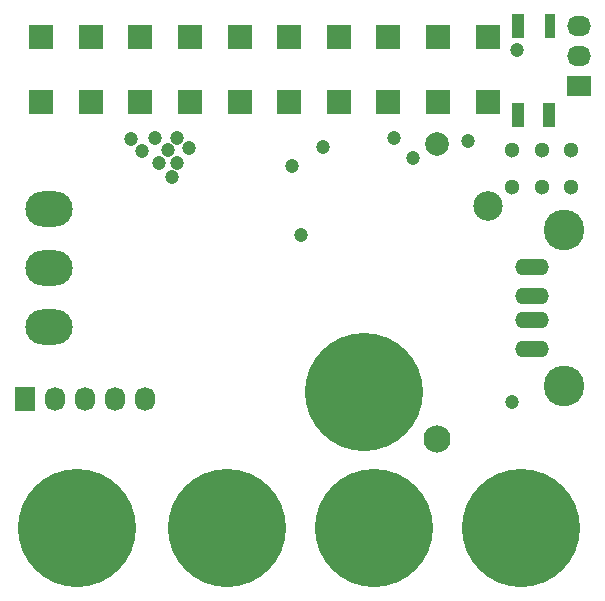
<source format=gbs>
%FSLAX46Y46*%
G04 Gerber Fmt 4.6, Leading zero omitted, Abs format (unit mm)*
G04 Created by KiCad (PCBNEW (2014-09-02 BZR 5112)-product) date mer. 25 mars 2015 20:03:37 CET*
%MOMM*%
G01*
G04 APERTURE LIST*
%ADD10C,0.150000*%
%ADD11R,2.125980X2.125980*%
%ADD12C,10.000000*%
%ADD13O,4.000500X2.999740*%
%ADD14C,1.300000*%
%ADD15O,2.850000X1.425000*%
%ADD16C,3.450000*%
%ADD17C,1.998980*%
%ADD18C,2.301240*%
%ADD19R,1.727200X2.032000*%
%ADD20O,1.727200X2.032000*%
%ADD21R,2.032000X1.727200*%
%ADD22O,2.032000X1.727200*%
%ADD23R,0.899160X1.998980*%
%ADD24R,1.000760X1.998980*%
%ADD25C,1.200000*%
%ADD26C,2.500000*%
G04 APERTURE END LIST*
D10*
D11*
X109899860Y-52049180D03*
X109899860Y-57550820D03*
X114101020Y-52049180D03*
X114101020Y-57550820D03*
X118299640Y-52049180D03*
X118299640Y-57550820D03*
X122500800Y-52049180D03*
X122500800Y-57550820D03*
X126699420Y-52049180D03*
X126699420Y-57550820D03*
X130900580Y-52049180D03*
X130900580Y-57550820D03*
X135099200Y-52049180D03*
X135099200Y-57550820D03*
X139300360Y-52049180D03*
X139300360Y-57550820D03*
X143498980Y-52049180D03*
X143498980Y-57550820D03*
X147700140Y-52049180D03*
X147700140Y-57550820D03*
D12*
X125600000Y-93600000D03*
X150500000Y-93600000D03*
X112900000Y-93600000D03*
X137200000Y-82100000D03*
D13*
X110600000Y-71598740D03*
X110600000Y-66597480D03*
X110600000Y-76600000D03*
D12*
X138100000Y-93600000D03*
D14*
X152300000Y-64800000D03*
X154800000Y-64800000D03*
X149800000Y-64800000D03*
X149800000Y-61600000D03*
X154800000Y-61600000D03*
X152300000Y-61600000D03*
D15*
X151490000Y-78500000D03*
X151490000Y-76000000D03*
X151490000Y-74000000D03*
X151490000Y-71500000D03*
D16*
X154200000Y-81570000D03*
X154200000Y-68430000D03*
D17*
X143400000Y-61100660D03*
D18*
X143400000Y-86099340D03*
D19*
X108500000Y-82700000D03*
D20*
X111040000Y-82700000D03*
X113580000Y-82700000D03*
X116120000Y-82700000D03*
X118660000Y-82700000D03*
D21*
X155400000Y-56200000D03*
D22*
X155400000Y-53660000D03*
X155400000Y-51120000D03*
D23*
X152948740Y-51100160D03*
D24*
X150299520Y-51100160D03*
X150299520Y-58699840D03*
X152900480Y-58699840D03*
D25*
X139800000Y-60600000D03*
X146000000Y-60900000D03*
X141400000Y-62300000D03*
X121000000Y-63900000D03*
X121400000Y-62700000D03*
X119900000Y-62700000D03*
X118400000Y-61700000D03*
X120600000Y-61600000D03*
X122400000Y-61500000D03*
X121400000Y-60600000D03*
X119500000Y-60600000D03*
X117500000Y-60700000D03*
D26*
X147700000Y-66400000D03*
D25*
X131100000Y-63000000D03*
X131900000Y-68800000D03*
X149800000Y-83000000D03*
X133800000Y-61400000D03*
X150200000Y-53200000D03*
M02*

</source>
